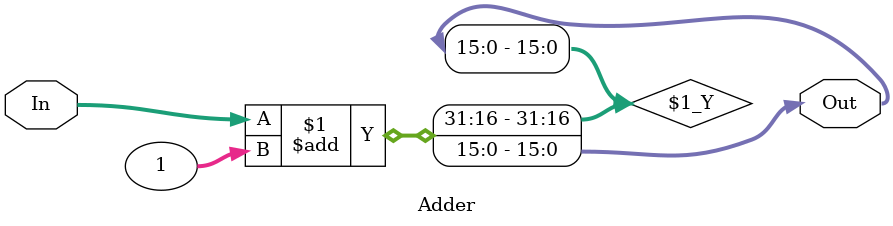
<source format=v>
`timescale 1ns / 1ps

module Adder( 
				input [15:0] In ,
				output [15:0] Out
				);

assign Out = In + 1;

endmodule

</source>
